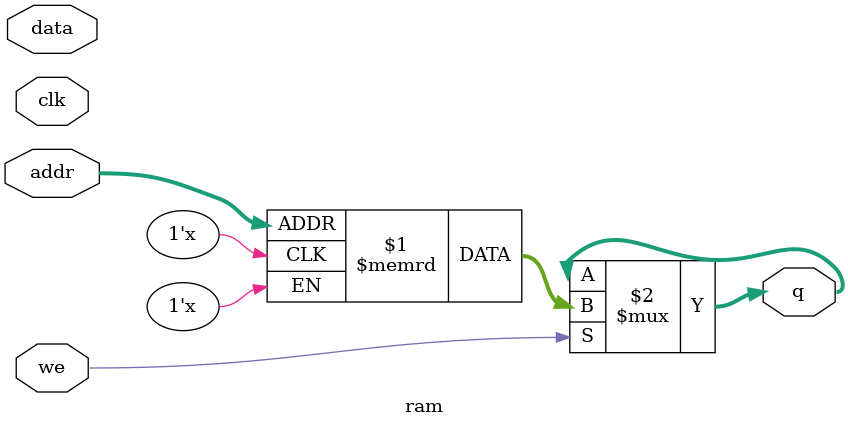
<source format=v>
module ram #(
    parameter ADDR_WIDTH=6,
    parameter DATA_WIDTH=8
) (
    input [DATA_WIDTH-1:0] data,
    input [ADDR_WIDTH-1:0] addr,
    input we, clk,
    output [7:0] q
);
reg [DATA_WIDTH-1:0] ram[2**ADDR_WIDTH-1:0];
// when we is high, write data to ram at address addr
// assign the ram value at address addr to q
// Note that since this is a write-first architecture, the output q is defined as being the same
// as the input data.
assign q = we? ram[addr] : q;
// read the ram value at address addr into data
always @(posedge clk)
	data = ram[addr];
endmodule

</source>
